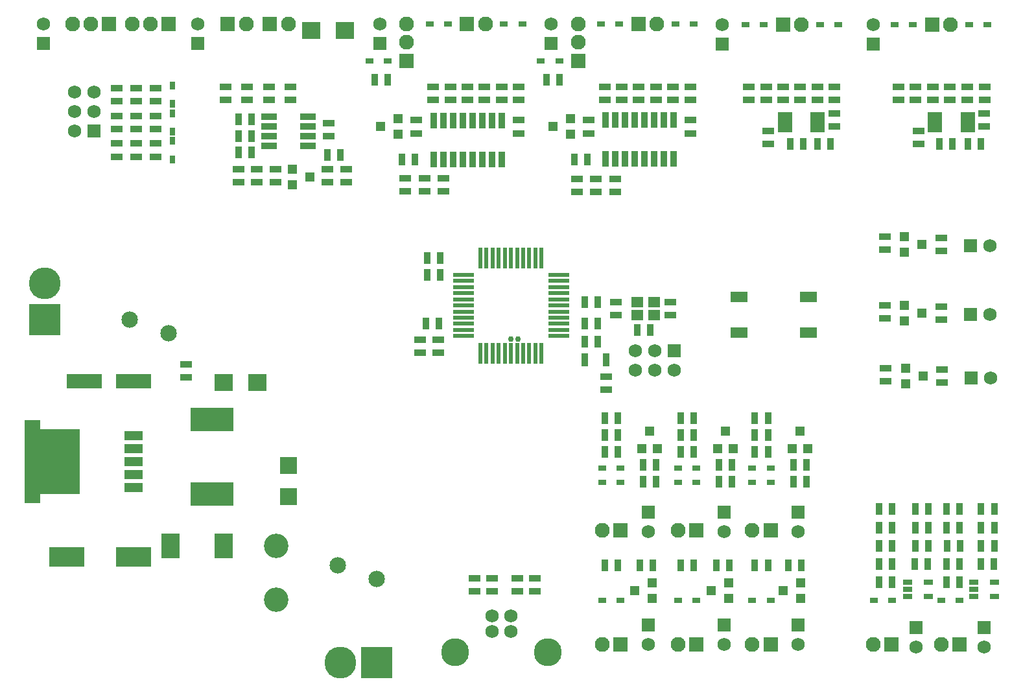
<source format=gts>
G04*
G04 #@! TF.GenerationSoftware,Altium Limited,Altium Designer,18.1.9 (240)*
G04*
G04 Layer_Color=8388736*
%FSLAX44Y44*%
%MOMM*%
G71*
G01*
G75*
%ADD49R,2.2524X1.4524*%
%ADD50R,2.0574X0.8128*%
%ADD51R,0.9524X1.5024*%
%ADD52R,1.1900X0.7400*%
%ADD53R,1.0024X0.7524*%
%ADD54R,1.5524X1.3524*%
%ADD55R,1.5024X0.9524*%
%ADD56R,0.9024X1.8024*%
%ADD57R,1.1684X1.1684*%
%ADD58R,0.7524X1.0024*%
%ADD59R,0.6324X2.6924*%
%ADD60R,2.6924X0.6324*%
%ADD61R,0.8128X2.0574*%
%ADD62R,2.3524X2.3024*%
%ADD63R,1.8600X0.6600*%
%ADD64R,2.3632X1.2732*%
%ADD65R,7.1932X8.5332*%
%ADD66R,2.3524X3.3024*%
%ADD67R,5.5524X3.0524*%
%ADD68R,4.6024X1.9524*%
%ADD69R,4.5466X2.6416*%
%ADD70R,2.1844X2.1844*%
%ADD71R,1.1684X1.1684*%
%ADD72R,2.0624X10.9524*%
%ADD73C,3.2004*%
%ADD74C,1.7524*%
%ADD75C,3.6524*%
%ADD76C,1.7526*%
%ADD77R,1.7526X1.7526*%
%ADD78C,1.9524*%
%ADD79R,1.9524X1.9524*%
%ADD80C,0.1524*%
%ADD81R,4.1524X4.1524*%
%ADD82C,4.1524*%
%ADD83C,2.1524*%
%ADD84R,1.7526X1.7526*%
%ADD85R,1.9524X1.9524*%
%ADD86R,4.1524X4.1524*%
%ADD87C,0.7524*%
D49*
X1038750Y526000D02*
D03*
X947750D02*
D03*
Y480000D02*
D03*
X1038750D02*
D03*
D50*
X333683Y749000D02*
D03*
Y761700D02*
D03*
X384483Y723600D02*
D03*
Y736300D02*
D03*
X333683Y723600D02*
D03*
Y736300D02*
D03*
X384483Y749000D02*
D03*
Y761700D02*
D03*
D51*
X832000Y483000D02*
D03*
X815000D02*
D03*
X1131000Y154000D02*
D03*
X1148000D02*
D03*
X1131000Y225111D02*
D03*
X1148000D02*
D03*
Y177000D02*
D03*
X1131000D02*
D03*
Y249000D02*
D03*
X1148000D02*
D03*
X1177250Y177000D02*
D03*
X1194250D02*
D03*
X1195000Y201222D02*
D03*
X1178000D02*
D03*
X1195000Y225111D02*
D03*
X1178000D02*
D03*
X1195000Y249000D02*
D03*
X1178000D02*
D03*
X1219000Y154000D02*
D03*
X1236000D02*
D03*
X1219000Y225111D02*
D03*
X1236000D02*
D03*
Y177250D02*
D03*
X1219000D02*
D03*
Y249000D02*
D03*
X1236000D02*
D03*
X1263750Y177250D02*
D03*
X1280750D02*
D03*
X1281000Y201222D02*
D03*
X1264000D02*
D03*
X1281000Y225111D02*
D03*
X1264000D02*
D03*
X1281000Y249000D02*
D03*
X1264000D02*
D03*
X763500Y519350D02*
D03*
X746500D02*
D03*
Y491124D02*
D03*
X763500D02*
D03*
Y468000D02*
D03*
X746500D02*
D03*
X772500Y368000D02*
D03*
X789500D02*
D03*
X772500Y346000D02*
D03*
X789500D02*
D03*
X772500Y324000D02*
D03*
X789500D02*
D03*
X822659Y285000D02*
D03*
X839659D02*
D03*
Y307000D02*
D03*
X822659D02*
D03*
X871500Y324000D02*
D03*
X888500D02*
D03*
X871500Y346000D02*
D03*
X888500D02*
D03*
X921659Y285000D02*
D03*
X938659D02*
D03*
Y307000D02*
D03*
X921659D02*
D03*
X968500Y368000D02*
D03*
X985500D02*
D03*
X968500Y346000D02*
D03*
X985500D02*
D03*
X1035659Y285000D02*
D03*
X1018659D02*
D03*
X1035659Y307000D02*
D03*
X1018659D02*
D03*
X968500Y324000D02*
D03*
X985500D02*
D03*
X556000Y491124D02*
D03*
X539000D02*
D03*
X540500Y577230D02*
D03*
X557500D02*
D03*
Y555000D02*
D03*
X540500D02*
D03*
X311500Y715000D02*
D03*
X294500D02*
D03*
Y736300D02*
D03*
X311500D02*
D03*
X294500Y758000D02*
D03*
X311500D02*
D03*
X507500Y706000D02*
D03*
X524500D02*
D03*
X733000D02*
D03*
X750000D02*
D03*
X410000Y712000D02*
D03*
X427000D02*
D03*
X472050Y810000D02*
D03*
X489050D02*
D03*
X696050D02*
D03*
X713050D02*
D03*
X1032000Y726000D02*
D03*
X1015000D02*
D03*
X1050250D02*
D03*
X1067250D02*
D03*
X1226500D02*
D03*
X1209500D02*
D03*
X1246250D02*
D03*
X1263250D02*
D03*
X835527Y176000D02*
D03*
X818527D02*
D03*
X935387D02*
D03*
X918387D02*
D03*
X1029387D02*
D03*
X1012387D02*
D03*
X789500D02*
D03*
X772500D02*
D03*
X888500D02*
D03*
X871500D02*
D03*
X985500D02*
D03*
X968500D02*
D03*
X871500Y368000D02*
D03*
X888500D02*
D03*
X1148000Y201222D02*
D03*
X1131000D02*
D03*
X1236250D02*
D03*
X1219250D02*
D03*
D52*
X1281000Y154000D02*
D03*
X1254000Y135000D02*
D03*
Y144500D02*
D03*
Y154000D02*
D03*
X1281000Y135000D02*
D03*
X1195000Y154000D02*
D03*
X1168000Y135000D02*
D03*
Y144500D02*
D03*
Y154000D02*
D03*
X1195000Y135000D02*
D03*
D53*
X1148000Y130000D02*
D03*
X1124000D02*
D03*
X1236000D02*
D03*
X1212000D02*
D03*
X793000Y303000D02*
D03*
X769000D02*
D03*
Y284000D02*
D03*
X793000D02*
D03*
X892000Y303000D02*
D03*
X868000D02*
D03*
Y284000D02*
D03*
X892000D02*
D03*
X965000D02*
D03*
X989000D02*
D03*
Y303000D02*
D03*
X965000D02*
D03*
X640750Y882720D02*
D03*
X664750D02*
D03*
X567550D02*
D03*
X543550D02*
D03*
X465050Y834720D02*
D03*
X489050D02*
D03*
X689050D02*
D03*
X713050D02*
D03*
X1248000Y882000D02*
D03*
X1272000D02*
D03*
X1175000D02*
D03*
X1151000D02*
D03*
X1053200Y882000D02*
D03*
X1077200D02*
D03*
X980000D02*
D03*
X956000D02*
D03*
X791550Y882720D02*
D03*
X767550D02*
D03*
X864750D02*
D03*
X888750D02*
D03*
X793000Y130000D02*
D03*
X769000D02*
D03*
X892000D02*
D03*
X868000D02*
D03*
X989000D02*
D03*
X965000D02*
D03*
D54*
X815000Y502350D02*
D03*
X837000D02*
D03*
Y519350D02*
D03*
X815000D02*
D03*
D55*
X787000D02*
D03*
Y502350D02*
D03*
X774500Y405000D02*
D03*
Y422000D02*
D03*
X555000Y453000D02*
D03*
Y470000D02*
D03*
X531230D02*
D03*
Y453000D02*
D03*
X186000Y726500D02*
D03*
Y709500D02*
D03*
Y762500D02*
D03*
Y745500D02*
D03*
X160500Y762500D02*
D03*
Y745500D02*
D03*
X135000Y709500D02*
D03*
Y726500D02*
D03*
X160500D02*
D03*
Y709500D02*
D03*
X135000Y745500D02*
D03*
Y762500D02*
D03*
X186000Y798690D02*
D03*
Y781690D02*
D03*
X160500Y798690D02*
D03*
Y781690D02*
D03*
X135000D02*
D03*
Y798690D02*
D03*
X342000Y693000D02*
D03*
Y676000D02*
D03*
X318250D02*
D03*
Y693000D02*
D03*
X294500D02*
D03*
Y676000D02*
D03*
X751000Y740000D02*
D03*
Y757000D02*
D03*
X410000Y693000D02*
D03*
Y676000D02*
D03*
X435050D02*
D03*
Y693000D02*
D03*
X785900Y680500D02*
D03*
Y663500D02*
D03*
X760815Y680500D02*
D03*
Y663500D02*
D03*
X735730Y680500D02*
D03*
Y663500D02*
D03*
X511730Y681500D02*
D03*
Y664500D02*
D03*
X536815Y681500D02*
D03*
Y664500D02*
D03*
X561900Y681500D02*
D03*
Y664500D02*
D03*
X660000Y757000D02*
D03*
Y740000D02*
D03*
X884000Y757000D02*
D03*
Y740000D02*
D03*
X548250Y783500D02*
D03*
Y800500D02*
D03*
X570610Y783500D02*
D03*
Y800500D02*
D03*
X592970D02*
D03*
Y783500D02*
D03*
X615330Y800500D02*
D03*
Y783500D02*
D03*
X637690D02*
D03*
Y800500D02*
D03*
X660050D02*
D03*
Y783500D02*
D03*
X772250D02*
D03*
Y800500D02*
D03*
X794610Y783500D02*
D03*
Y800500D02*
D03*
X816970D02*
D03*
Y783500D02*
D03*
X839330Y800500D02*
D03*
Y783500D02*
D03*
X861690D02*
D03*
Y800500D02*
D03*
X884050D02*
D03*
Y783500D02*
D03*
X986000Y743000D02*
D03*
Y726000D02*
D03*
X960700Y783500D02*
D03*
Y800500D02*
D03*
X983060Y783500D02*
D03*
Y800500D02*
D03*
X1005420D02*
D03*
Y783500D02*
D03*
X1027780D02*
D03*
Y800500D02*
D03*
X1050140Y783500D02*
D03*
Y800500D02*
D03*
X1072500D02*
D03*
Y783500D02*
D03*
Y765500D02*
D03*
Y748500D02*
D03*
X1268000Y765500D02*
D03*
Y748500D02*
D03*
X1182000Y743000D02*
D03*
Y726000D02*
D03*
X1268300Y800500D02*
D03*
Y783500D02*
D03*
X1245780D02*
D03*
Y800500D02*
D03*
X1223260D02*
D03*
Y783500D02*
D03*
X1200740Y800500D02*
D03*
Y783500D02*
D03*
X412000Y736300D02*
D03*
Y753300D02*
D03*
X333683Y783220D02*
D03*
Y800220D02*
D03*
X276950D02*
D03*
Y783220D02*
D03*
X305317Y800220D02*
D03*
Y783220D02*
D03*
X362050Y800220D02*
D03*
Y783220D02*
D03*
X858000Y502350D02*
D03*
Y519350D02*
D03*
X657874Y141500D02*
D03*
Y158500D02*
D03*
X602000Y141500D02*
D03*
Y158500D02*
D03*
X681000D02*
D03*
Y141500D02*
D03*
X1212000Y513660D02*
D03*
Y496660D02*
D03*
X1213000Y431340D02*
D03*
Y414340D02*
D03*
X1212000Y603500D02*
D03*
Y586500D02*
D03*
X1138000Y498320D02*
D03*
Y515320D02*
D03*
X1139000Y416000D02*
D03*
Y433000D02*
D03*
X1138000Y588160D02*
D03*
Y605160D02*
D03*
X526000Y740000D02*
D03*
Y757000D02*
D03*
X625000Y141500D02*
D03*
Y158500D02*
D03*
X225750Y438000D02*
D03*
Y421000D02*
D03*
X1155700Y783500D02*
D03*
Y800500D02*
D03*
X1178220Y783500D02*
D03*
Y800500D02*
D03*
D56*
X746500Y444000D02*
D03*
X774500D02*
D03*
D57*
X1027860Y132840D02*
D03*
Y153160D02*
D03*
X1005000Y143000D02*
D03*
X933860Y132840D02*
D03*
Y153160D02*
D03*
X911000Y143000D02*
D03*
X834000Y132840D02*
D03*
Y153160D02*
D03*
X811140Y143000D02*
D03*
X364163Y693160D02*
D03*
Y672840D02*
D03*
X387023Y683000D02*
D03*
X502860Y738340D02*
D03*
Y758660D02*
D03*
X480000Y748500D02*
D03*
X728000Y738340D02*
D03*
Y758660D02*
D03*
X705140Y748500D02*
D03*
X1164000Y515320D02*
D03*
Y495000D02*
D03*
X1186860Y505160D02*
D03*
X1165000Y433000D02*
D03*
Y412680D02*
D03*
X1187860Y422840D02*
D03*
X1164000Y605160D02*
D03*
Y584840D02*
D03*
X1186860Y595000D02*
D03*
D58*
X208000Y730000D02*
D03*
Y706000D02*
D03*
Y766000D02*
D03*
Y742000D02*
D03*
X208000Y802190D02*
D03*
Y778190D02*
D03*
D59*
X610122Y577230D02*
D03*
X617996D02*
D03*
X626124D02*
D03*
X633998D02*
D03*
X642126D02*
D03*
X650000D02*
D03*
X657874D02*
D03*
X666002D02*
D03*
X673876D02*
D03*
X682004D02*
D03*
X689878D02*
D03*
Y452770D02*
D03*
X682004D02*
D03*
X673876D02*
D03*
X666002D02*
D03*
X657874D02*
D03*
X650000D02*
D03*
X642126D02*
D03*
X633998D02*
D03*
X626124D02*
D03*
X617996D02*
D03*
X610122D02*
D03*
D60*
X712230Y554878D02*
D03*
Y547004D02*
D03*
Y538876D02*
D03*
Y531002D02*
D03*
Y522874D02*
D03*
Y515000D02*
D03*
Y507126D02*
D03*
Y498998D02*
D03*
Y491124D02*
D03*
Y482996D02*
D03*
Y475122D02*
D03*
X587770D02*
D03*
Y482996D02*
D03*
Y491124D02*
D03*
Y498998D02*
D03*
Y507126D02*
D03*
Y515000D02*
D03*
Y522874D02*
D03*
Y531002D02*
D03*
Y538876D02*
D03*
Y547004D02*
D03*
Y554878D02*
D03*
D61*
X600000Y756750D02*
D03*
X625400Y705950D02*
D03*
X638100D02*
D03*
X549200Y756750D02*
D03*
X612700Y705950D02*
D03*
X600000D02*
D03*
X587300D02*
D03*
X561900D02*
D03*
X549200D02*
D03*
X587300Y756750D02*
D03*
X612700D02*
D03*
X625400D02*
D03*
X638100D02*
D03*
X574600D02*
D03*
X561900D02*
D03*
X574600Y705950D02*
D03*
X824000Y757000D02*
D03*
X849400Y706200D02*
D03*
X862100D02*
D03*
X773200Y757000D02*
D03*
X836700Y706200D02*
D03*
X824000D02*
D03*
X811300D02*
D03*
X785900D02*
D03*
X773200D02*
D03*
X811300Y757000D02*
D03*
X836700D02*
D03*
X849400D02*
D03*
X862100D02*
D03*
X798600D02*
D03*
X785900D02*
D03*
X798600Y706200D02*
D03*
D62*
X433000Y874400D02*
D03*
X389000D02*
D03*
X275000Y414340D02*
D03*
X319000D02*
D03*
D63*
X1007750Y763750D02*
D03*
Y757250D02*
D03*
Y750750D02*
D03*
Y744250D02*
D03*
X1050250Y763750D02*
D03*
Y757250D02*
D03*
Y750750D02*
D03*
Y744250D02*
D03*
X1203750Y763750D02*
D03*
Y757250D02*
D03*
Y750750D02*
D03*
Y744250D02*
D03*
X1246250Y763750D02*
D03*
Y757250D02*
D03*
Y750750D02*
D03*
Y744250D02*
D03*
D64*
X156865Y277000D02*
D03*
Y294000D02*
D03*
Y311000D02*
D03*
Y328000D02*
D03*
Y345000D02*
D03*
D65*
X51135Y311000D02*
D03*
D66*
X205000Y201000D02*
D03*
X275000D02*
D03*
D67*
X259250Y366250D02*
D03*
Y269250D02*
D03*
D68*
X92865Y416000D02*
D03*
X156865D02*
D03*
D69*
X69743Y187000D02*
D03*
X156865D02*
D03*
D70*
X359472Y265660D02*
D03*
Y306300D02*
D03*
D71*
X820999Y328000D02*
D03*
X841319D02*
D03*
X831159Y350860D02*
D03*
X919999Y328000D02*
D03*
X940319D02*
D03*
X930159Y350860D02*
D03*
X1016999Y328000D02*
D03*
X1037319D02*
D03*
X1027159Y350860D02*
D03*
D72*
X24719Y311000D02*
D03*
D73*
X343000Y131150D02*
D03*
Y201000D02*
D03*
D74*
X650000Y110000D02*
D03*
X625000Y89520D02*
D03*
Y109520D02*
D03*
X650000Y89520D02*
D03*
D75*
X697700Y62420D02*
D03*
X577300D02*
D03*
D76*
X478550Y882720D02*
D03*
X80000Y794020D02*
D03*
Y743220D02*
D03*
X105400Y768620D02*
D03*
X80000D02*
D03*
X105400Y794020D02*
D03*
X39000Y882720D02*
D03*
X1123000Y882000D02*
D03*
X926000D02*
D03*
X241000Y882720D02*
D03*
X1275400Y503001D02*
D03*
X1276400Y420681D02*
D03*
X1275400Y592841D02*
D03*
X702550Y882720D02*
D03*
X829000Y72599D02*
D03*
X928000D02*
D03*
X1025000D02*
D03*
X829000Y220001D02*
D03*
X928000D02*
D03*
X1025000D02*
D03*
X1179000Y68600D02*
D03*
X1268000D02*
D03*
X812000Y430600D02*
D03*
X862800D02*
D03*
X837400Y456000D02*
D03*
Y430600D02*
D03*
X812000Y456000D02*
D03*
D77*
X478550Y857320D02*
D03*
X105400Y743220D02*
D03*
X39000Y857320D02*
D03*
X1123000Y856600D02*
D03*
X926000D02*
D03*
X241000Y857320D02*
D03*
X702550D02*
D03*
X829000Y97999D02*
D03*
X928000D02*
D03*
X1025000D02*
D03*
X829000Y245401D02*
D03*
X928000D02*
D03*
X1025000D02*
D03*
X1179000Y94000D02*
D03*
X1268000D02*
D03*
D78*
X1123000Y72599D02*
D03*
X155000Y882720D02*
D03*
X179000D02*
D03*
X1224000Y882000D02*
D03*
X1029000D02*
D03*
X359000Y882720D02*
D03*
X304000D02*
D03*
X737550D02*
D03*
Y858720D02*
D03*
X513550Y882720D02*
D03*
Y858720D02*
D03*
X769000Y72599D02*
D03*
X868000D02*
D03*
X965000D02*
D03*
X769000Y221000D02*
D03*
X868000D02*
D03*
X965000D02*
D03*
X840550Y882720D02*
D03*
X616550D02*
D03*
X1212000Y72599D02*
D03*
X77000Y882720D02*
D03*
X101000D02*
D03*
D79*
X1147000Y72599D02*
D03*
X203000Y882720D02*
D03*
X1200000Y882000D02*
D03*
X1005000D02*
D03*
X335000Y882720D02*
D03*
X280000D02*
D03*
X793000Y72599D02*
D03*
X892000D02*
D03*
X989000D02*
D03*
X793000Y221000D02*
D03*
X892000D02*
D03*
X989000D02*
D03*
X816550Y882720D02*
D03*
X592550D02*
D03*
X1236000Y72599D02*
D03*
X125000Y882720D02*
D03*
D80*
X1075000Y130000D02*
D03*
X225000D02*
D03*
X1075000Y651500D02*
D03*
X225000D02*
D03*
D81*
X474500Y48750D02*
D03*
D82*
X427500D02*
D03*
X40681Y544000D02*
D03*
D83*
X474500Y157500D02*
D03*
X423500Y175500D02*
D03*
X151500Y497000D02*
D03*
X202500Y479000D02*
D03*
D84*
X1250000Y503001D02*
D03*
X1251000Y420681D02*
D03*
X1250000Y592841D02*
D03*
X862800Y456000D02*
D03*
D85*
X737550Y834720D02*
D03*
X513550D02*
D03*
D86*
X40681Y497000D02*
D03*
D87*
X650000Y471000D02*
D03*
X658874D02*
D03*
M02*

</source>
